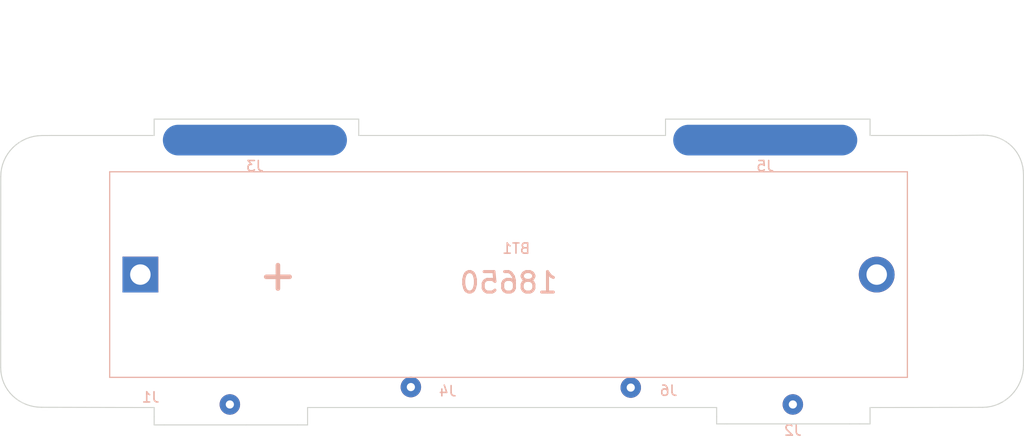
<source format=kicad_pcb>
(kicad_pcb (version 20171130) (host pcbnew 5.1.4-e60b266~84~ubuntu19.04.1)

  (general
    (thickness 1.6)
    (drawings 102)
    (tracks 0)
    (zones 0)
    (modules 7)
    (nets 5)
  )

  (page A4)
  (layers
    (0 F.Cu signal)
    (31 B.Cu signal)
    (32 B.Adhes user)
    (33 F.Adhes user)
    (34 B.Paste user)
    (35 F.Paste user)
    (36 B.SilkS user)
    (37 F.SilkS user)
    (38 B.Mask user)
    (39 F.Mask user)
    (40 Dwgs.User user)
    (41 Cmts.User user)
    (42 Eco1.User user)
    (43 Eco2.User user)
    (44 Edge.Cuts user)
    (45 Margin user)
    (46 B.CrtYd user)
    (47 F.CrtYd user)
    (48 B.Fab user)
    (49 F.Fab user)
  )

  (setup
    (last_trace_width 0.25)
    (trace_clearance 0.2)
    (zone_clearance 0.508)
    (zone_45_only no)
    (trace_min 0.2)
    (via_size 0.6)
    (via_drill 0.4)
    (via_min_size 0.4)
    (via_min_drill 0.3)
    (uvia_size 0.3)
    (uvia_drill 0.1)
    (uvias_allowed no)
    (uvia_min_size 0.2)
    (uvia_min_drill 0.1)
    (edge_width 0.15)
    (segment_width 0.2)
    (pcb_text_width 0.3)
    (pcb_text_size 1.5 1.5)
    (mod_edge_width 0.15)
    (mod_text_size 1 1)
    (mod_text_width 0.15)
    (pad_size 18 3)
    (pad_drill 0)
    (pad_to_mask_clearance 0.2)
    (aux_axis_origin 0 0)
    (visible_elements FFFFFF7F)
    (pcbplotparams
      (layerselection 0x010f0_80000001)
      (usegerberextensions false)
      (usegerberattributes false)
      (usegerberadvancedattributes false)
      (creategerberjobfile false)
      (excludeedgelayer true)
      (linewidth 0.100000)
      (plotframeref false)
      (viasonmask false)
      (mode 1)
      (useauxorigin false)
      (hpglpennumber 1)
      (hpglpenspeed 20)
      (hpglpendiameter 15.000000)
      (psnegative false)
      (psa4output false)
      (plotreference true)
      (plotvalue true)
      (plotinvisibletext false)
      (padsonsilk false)
      (subtractmaskfromsilk false)
      (outputformat 1)
      (mirror false)
      (drillshape 1)
      (scaleselection 1)
      (outputdirectory "gerbers/"))
  )

  (net 0 "")
  (net 1 "Net-(BT1-Pad1)")
  (net 2 "Net-(BT1-Pad2)")
  (net 3 "Net-(J3-Pad1)")
  (net 4 "Net-(J5-Pad1)")

  (net_class Default "This is the default net class."
    (clearance 0.2)
    (trace_width 0.25)
    (via_dia 0.6)
    (via_drill 0.4)
    (uvia_dia 0.3)
    (uvia_drill 0.1)
    (add_net "Net-(BT1-Pad1)")
    (add_net "Net-(BT1-Pad2)")
    (add_net "Net-(J3-Pad1)")
    (add_net "Net-(J5-Pad1)")
  )

  (module Connector_Wire:SolderWirePad_1x01_Drill0.8mm (layer B.Cu) (tedit 5A2676A0) (tstamp 5D74C370)
    (at 11.6 -18.35)
    (descr "Wire solder connection")
    (tags connector)
    (path /5D76754B)
    (attr virtual)
    (fp_text reference J6 (at 3.7 0.3) (layer B.SilkS)
      (effects (font (size 1 1) (thickness 0.15)) (justify mirror))
    )
    (fp_text value BOT- (at -4.35 0.55) (layer B.Fab)
      (effects (font (size 1 1) (thickness 0.15)) (justify mirror))
    )
    (fp_line (start 1.5 -1.5) (end -1.5 -1.5) (layer B.CrtYd) (width 0.05))
    (fp_line (start 1.5 -1.5) (end 1.5 1.5) (layer B.CrtYd) (width 0.05))
    (fp_line (start -1.5 1.5) (end -1.5 -1.5) (layer B.CrtYd) (width 0.05))
    (fp_line (start -1.5 1.5) (end 1.5 1.5) (layer B.CrtYd) (width 0.05))
    (fp_text user %R (at 0 0) (layer B.Fab)
      (effects (font (size 1 1) (thickness 0.15)) (justify mirror))
    )
    (pad 1 thru_hole circle (at 0 0) (size 1.99898 1.99898) (drill 0.8001) (layers *.Cu *.Mask)
      (net 4 "Net-(J5-Pad1)"))
  )

  (module Connector_Wire:SolderWirePad_1x01_Drill0.8mm (layer B.Cu) (tedit 5D74C33D) (tstamp 5D74C366)
    (at 24.75 -42.55)
    (descr "Wire solder connection")
    (tags connector)
    (path /5D766241)
    (attr virtual)
    (fp_text reference J5 (at 0 2.54) (layer B.SilkS)
      (effects (font (size 1 1) (thickness 0.15)) (justify mirror))
    )
    (fp_text value TOP- (at 0 -2.54) (layer B.Fab)
      (effects (font (size 1 1) (thickness 0.15)) (justify mirror))
    )
    (fp_line (start 1.5 -1.5) (end -1.5 -1.5) (layer B.CrtYd) (width 0.05))
    (fp_line (start 1.5 -1.5) (end 1.5 1.5) (layer B.CrtYd) (width 0.05))
    (fp_line (start -1.5 1.5) (end -1.5 -1.5) (layer B.CrtYd) (width 0.05))
    (fp_line (start -1.5 1.5) (end 1.5 1.5) (layer B.CrtYd) (width 0.05))
    (fp_text user %R (at 0 0) (layer B.Fab)
      (effects (font (size 1 1) (thickness 0.15)) (justify mirror))
    )
    (pad 1 smd oval (at 0 0) (size 18 3) (layers B.Cu B.Paste B.Mask)
      (net 4 "Net-(J5-Pad1)"))
  )

  (module Connector_Wire:SolderWirePad_1x01_Drill0.8mm (layer B.Cu) (tedit 5A2676A0) (tstamp 5D74C35C)
    (at -9.9 -18.4)
    (descr "Wire solder connection")
    (tags connector)
    (path /5D766AC5)
    (attr virtual)
    (fp_text reference J4 (at 3.6 0.4) (layer B.SilkS)
      (effects (font (size 1 1) (thickness 0.15)) (justify mirror))
    )
    (fp_text value BOT+ (at -4 0.75) (layer B.Fab)
      (effects (font (size 1 1) (thickness 0.15)) (justify mirror))
    )
    (fp_line (start 1.5 -1.5) (end -1.5 -1.5) (layer B.CrtYd) (width 0.05))
    (fp_line (start 1.5 -1.5) (end 1.5 1.5) (layer B.CrtYd) (width 0.05))
    (fp_line (start -1.5 1.5) (end -1.5 -1.5) (layer B.CrtYd) (width 0.05))
    (fp_line (start -1.5 1.5) (end 1.5 1.5) (layer B.CrtYd) (width 0.05))
    (fp_text user %R (at 0 0) (layer B.Fab)
      (effects (font (size 1 1) (thickness 0.15)) (justify mirror))
    )
    (pad 1 thru_hole circle (at 0 0) (size 1.99898 1.99898) (drill 0.8001) (layers *.Cu *.Mask)
      (net 3 "Net-(J3-Pad1)"))
  )

  (module Connector_Wire:SolderWirePad_1x01_Drill0.8mm (layer B.Cu) (tedit 5D74C324) (tstamp 5D74C352)
    (at -25.15 -42.55)
    (descr "Wire solder connection")
    (tags connector)
    (path /5D765C05)
    (attr virtual)
    (fp_text reference J3 (at 0 2.54) (layer B.SilkS)
      (effects (font (size 1 1) (thickness 0.15)) (justify mirror))
    )
    (fp_text value TOP+ (at 0 -2.54) (layer B.Fab)
      (effects (font (size 1 1) (thickness 0.15)) (justify mirror))
    )
    (fp_line (start 1.5 -1.5) (end -1.5 -1.5) (layer B.CrtYd) (width 0.05))
    (fp_line (start 1.5 -1.5) (end 1.5 1.5) (layer B.CrtYd) (width 0.05))
    (fp_line (start -1.5 1.5) (end -1.5 -1.5) (layer B.CrtYd) (width 0.05))
    (fp_line (start -1.5 1.5) (end 1.5 1.5) (layer B.CrtYd) (width 0.05))
    (fp_text user %R (at 0 0) (layer B.Fab)
      (effects (font (size 1 1) (thickness 0.15)) (justify mirror))
    )
    (pad 1 smd oval (at 0 0) (size 18 3) (layers B.Cu B.Paste B.Mask)
      (net 3 "Net-(J3-Pad1)"))
  )

  (module Connector_Wire:SolderWirePad_1x01_Drill0.8mm (layer B.Cu) (tedit 5A2676A0) (tstamp 5D74C348)
    (at 27.45 -16.7)
    (descr "Wire solder connection")
    (tags connector)
    (path /5D7653CC)
    (attr virtual)
    (fp_text reference J2 (at 0 2.54) (layer B.SilkS)
      (effects (font (size 1 1) (thickness 0.15)) (justify mirror))
    )
    (fp_text value BAT- (at 3.35 -0.2) (layer B.Fab)
      (effects (font (size 1 1) (thickness 0.15)) (justify mirror))
    )
    (fp_line (start 1.5 -1.5) (end -1.5 -1.5) (layer B.CrtYd) (width 0.05))
    (fp_line (start 1.5 -1.5) (end 1.5 1.5) (layer B.CrtYd) (width 0.05))
    (fp_line (start -1.5 1.5) (end -1.5 -1.5) (layer B.CrtYd) (width 0.05))
    (fp_line (start -1.5 1.5) (end 1.5 1.5) (layer B.CrtYd) (width 0.05))
    (fp_text user %R (at 0 0) (layer B.Fab)
      (effects (font (size 1 1) (thickness 0.15)) (justify mirror))
    )
    (pad 1 thru_hole circle (at 0 0) (size 1.99898 1.99898) (drill 0.8001) (layers *.Cu *.Mask)
      (net 2 "Net-(BT1-Pad2)"))
  )

  (module Connector_Wire:SolderWirePad_1x01_Drill0.8mm (layer B.Cu) (tedit 5A2676A0) (tstamp 5D74C33E)
    (at -27.6 -16.7)
    (descr "Wire solder connection")
    (tags connector)
    (path /5D76451C)
    (attr virtual)
    (fp_text reference J1 (at -7.75 -0.7) (layer B.SilkS)
      (effects (font (size 1 1) (thickness 0.15)) (justify mirror))
    )
    (fp_text value BAT+ (at 4.1 0.7) (layer B.Fab)
      (effects (font (size 1 1) (thickness 0.15)) (justify mirror))
    )
    (fp_line (start 1.5 -1.5) (end -1.5 -1.5) (layer B.CrtYd) (width 0.05))
    (fp_line (start 1.5 -1.5) (end 1.5 1.5) (layer B.CrtYd) (width 0.05))
    (fp_line (start -1.5 1.5) (end -1.5 -1.5) (layer B.CrtYd) (width 0.05))
    (fp_line (start -1.5 1.5) (end 1.5 1.5) (layer B.CrtYd) (width 0.05))
    (fp_text user %R (at 0 0) (layer B.Fab)
      (effects (font (size 1 1) (thickness 0.15)) (justify mirror))
    )
    (pad 1 thru_hole circle (at 0 0) (size 1.99898 1.99898) (drill 0.8001) (layers *.Cu *.Mask)
      (net 1 "Net-(BT1-Pad1)"))
  )

  (module Battery:BatteryHolder_MPD_BH-18650-PC2 (layer B.Cu) (tedit 5C1007C1) (tstamp 5D74C334)
    (at -36.35 -29.4)
    (descr "18650 Battery Holder (http://www.memoryprotectiondevices.com/datasheets/BK-18650-PC2-datasheet.pdf)")
    (tags "18650 Battery Holder")
    (path /5D6973D2)
    (fp_text reference BT1 (at 36.75 -2.55) (layer B.SilkS)
      (effects (font (size 1 1) (thickness 0.15)) (justify mirror))
    )
    (fp_text value 18650 (at 36 0.8) (layer B.SilkS)
      (effects (font (size 2 2) (thickness 0.3)) (justify mirror))
    )
    (fp_text user %R (at 36 2.4) (layer B.Fab)
      (effects (font (size 1 1) (thickness 0.15)) (justify mirror))
    )
    (fp_line (start -3.2 10.25) (end 75.2 10.25) (layer B.CrtYd) (width 0.05))
    (fp_line (start 75.2 10.25) (end 75.2 -10.25) (layer B.CrtYd) (width 0.05))
    (fp_line (start 75.2 -10.25) (end -3.2 -10.25) (layer B.CrtYd) (width 0.05))
    (fp_line (start -3.2 -10.25) (end -3.2 10.25) (layer B.CrtYd) (width 0.05))
    (fp_line (start -2.8 9.85) (end 74.8 9.85) (layer B.Fab) (width 0.1))
    (fp_line (start 74.8 9.85) (end 74.8 -9.85) (layer B.Fab) (width 0.1))
    (fp_line (start 74.8 -9.85) (end -2.8 -9.85) (layer B.Fab) (width 0.1))
    (fp_line (start -2.8 -9.85) (end -2.8 9.85) (layer B.Fab) (width 0.1))
    (fp_line (start -3 10.05) (end 75 10.05) (layer B.SilkS) (width 0.12))
    (fp_line (start 75 10.05) (end 75 -10.05) (layer B.SilkS) (width 0.12))
    (fp_line (start 75 -10.05) (end -3 -10.05) (layer B.SilkS) (width 0.12))
    (fp_line (start -3 -10.05) (end -3 10.05) (layer B.SilkS) (width 0.12))
    (pad "" np_thru_hole circle (at 64.255 0) (size 3.2 3.2) (drill 3.2) (layers *.Cu *.Mask))
    (pad "" np_thru_hole circle (at 8.645 0) (size 3.2 3.2) (drill 3.2) (layers *.Cu *.Mask))
    (pad 1 thru_hole rect (at 0 0) (size 3.5 3.5) (drill 2) (layers *.Cu *.Mask)
      (net 1 "Net-(BT1-Pad1)"))
    (pad 2 thru_hole circle (at 72 0) (size 3.5 3.5) (drill 2) (layers *.Cu *.Mask)
      (net 2 "Net-(BT1-Pad2)"))
    (model ${KISYS3DMOD}/Battery.3dshapes/BatteryHolder_MPD_BH-18650-PC2.wrl
      (at (xyz 0 0 0))
      (scale (xyz 1 1 1))
      (rotate (xyz 0 0 0))
    )
  )

  (gr_text + (at -22.9 -29.4) (layer B.SilkS)
    (effects (font (size 3 3) (thickness 0.45)) (justify mirror))
  )
  (dimension 100 (width 0.15) (layer Eco2.User)
    (gr_text "100,000 mm" (at 0 -55.55) (layer Eco2.User)
      (effects (font (size 1 1) (thickness 0.15)))
    )
    (feature1 (pts (xy 50 -37.65) (xy 50 -54.836421)))
    (feature2 (pts (xy -50 -37.65) (xy -50 -54.836421)))
    (crossbar (pts (xy -50 -54.25) (xy 50 -54.25)))
    (arrow1a (pts (xy 50 -54.25) (xy 48.873496 -53.663579)))
    (arrow1b (pts (xy 50 -54.25) (xy 48.873496 -54.836421)))
    (arrow2a (pts (xy -50 -54.25) (xy -48.873496 -53.663579)))
    (arrow2b (pts (xy -50 -54.25) (xy -48.873496 -54.836421)))
  )
  (gr_line (start -45.966593 -42.99593) (end -45.000002 -43) (layer Edge.Cuts) (width 0.1))
  (gr_line (start -45.000002 -43) (end -41.000002 -42.999999) (layer Edge.Cuts) (width 0.1))
  (gr_line (start -41.000002 -42.999999) (end -35.000001 -42.999999) (layer Edge.Cuts) (width 0.1))
  (gr_line (start -35.000001 -42.999999) (end -35.000001 -44.6) (layer Edge.Cuts) (width 0.1))
  (gr_line (start -35.000001 -44.6) (end -15.000001 -44.6) (layer Edge.Cuts) (width 0.1))
  (gr_line (start -15.000001 -44.6) (end -15.000001 -42.999999) (layer Edge.Cuts) (width 0.1))
  (gr_line (start -15.000001 -42.999999) (end 14.999999 -42.999999) (layer Edge.Cuts) (width 0.1))
  (gr_line (start 14.999999 -42.999999) (end 14.999999 -44.6) (layer Edge.Cuts) (width 0.1))
  (gr_line (start 14.999999 -44.6) (end 34.999999 -44.6) (layer Edge.Cuts) (width 0.1))
  (gr_line (start 34.999999 -44.6) (end 34.999999 -43) (layer Edge.Cuts) (width 0.1))
  (gr_line (start 34.999999 -43) (end 39.999999 -43) (layer Edge.Cuts) (width 0.1))
  (gr_line (start 39.999999 -43) (end 42.999999 -43) (layer Edge.Cuts) (width 0.1))
  (gr_line (start 42.999999 -43) (end 46.066819 -43.02934) (layer Edge.Cuts) (width 0.1))
  (gr_line (start 46.066819 -43.02934) (end 46.47616 -43.013758) (layer Edge.Cuts) (width 0.1))
  (gr_line (start 46.47616 -43.013758) (end 46.872028 -42.960184) (layer Edge.Cuts) (width 0.1))
  (gr_line (start 46.872028 -42.960184) (end 47.252641 -42.8703) (layer Edge.Cuts) (width 0.1))
  (gr_line (start 47.252641 -42.8703) (end 47.616211 -42.745788) (layer Edge.Cuts) (width 0.1))
  (gr_line (start 47.616211 -42.745788) (end 47.960955 -42.588331) (layer Edge.Cuts) (width 0.1))
  (gr_line (start 47.960955 -42.588331) (end 48.285086 -42.39961) (layer Edge.Cuts) (width 0.1))
  (gr_line (start 48.285086 -42.39961) (end 48.58682 -42.181308) (layer Edge.Cuts) (width 0.1))
  (gr_line (start 48.58682 -42.181308) (end 48.864372 -41.935107) (layer Edge.Cuts) (width 0.1))
  (gr_line (start 48.864372 -41.935107) (end 49.115955 -41.662688) (layer Edge.Cuts) (width 0.1))
  (gr_line (start 49.115955 -41.662688) (end 49.339787 -41.365734) (layer Edge.Cuts) (width 0.1))
  (gr_line (start 49.339787 -41.365734) (end 49.53408 -41.045928) (layer Edge.Cuts) (width 0.1))
  (gr_line (start 49.53408 -41.045928) (end 49.697051 -40.704951) (layer Edge.Cuts) (width 0.1))
  (gr_line (start 49.697051 -40.704951) (end 49.826913 -40.344485) (layer Edge.Cuts) (width 0.1))
  (gr_line (start 49.826913 -40.344485) (end 49.921882 -39.966212) (layer Edge.Cuts) (width 0.1))
  (gr_line (start 49.921882 -39.966212) (end 49.980172 -39.571815) (layer Edge.Cuts) (width 0.1))
  (gr_line (start 49.980172 -39.571815) (end 49.999999 -39.162976) (layer Edge.Cuts) (width 0.1))
  (gr_line (start 49.999999 -39.162976) (end 49.999999 -20.523496) (layer Edge.Cuts) (width 0.1))
  (gr_line (start 49.999999 -20.523496) (end 49.979555 -20.112237) (layer Edge.Cuts) (width 0.1))
  (gr_line (start 49.979555 -20.112237) (end 49.919522 -19.710975) (layer Edge.Cuts) (width 0.1))
  (gr_line (start 49.919522 -19.710975) (end 49.821845 -19.321987) (layer Edge.Cuts) (width 0.1))
  (gr_line (start 49.821845 -19.321987) (end 49.688469 -18.947547) (layer Edge.Cuts) (width 0.1))
  (gr_line (start 49.688469 -18.947547) (end 49.521342 -18.58993) (layer Edge.Cuts) (width 0.1))
  (gr_line (start 49.521342 -18.58993) (end 49.322408 -18.251412) (layer Edge.Cuts) (width 0.1))
  (gr_line (start 49.322408 -18.251412) (end 49.093613 -17.934268) (layer Edge.Cuts) (width 0.1))
  (gr_line (start 49.093613 -17.934268) (end 48.836904 -17.640772) (layer Edge.Cuts) (width 0.1))
  (gr_line (start 48.836904 -17.640772) (end 48.554226 -17.373201) (layer Edge.Cuts) (width 0.1))
  (gr_line (start 48.554226 -17.373201) (end 48.247525 -17.133829) (layer Edge.Cuts) (width 0.1))
  (gr_line (start 48.247525 -17.133829) (end 47.918748 -16.924932) (layer Edge.Cuts) (width 0.1))
  (gr_line (start 47.918748 -16.924932) (end 47.569839 -16.748784) (layer Edge.Cuts) (width 0.1))
  (gr_line (start 47.569839 -16.748784) (end 47.202745 -16.607661) (layer Edge.Cuts) (width 0.1))
  (gr_line (start 47.202745 -16.607661) (end 46.819411 -16.503838) (layer Edge.Cuts) (width 0.1))
  (gr_line (start 46.819411 -16.503838) (end 46.421784 -16.43959) (layer Edge.Cuts) (width 0.1))
  (gr_line (start 46.421784 -16.43959) (end 46.011809 -16.417193) (layer Edge.Cuts) (width 0.1))
  (gr_line (start 46.011809 -16.417193) (end 35.999999 -16.399993) (layer Edge.Cuts) (width 0.1))
  (gr_line (start 35.999999 -16.399993) (end 34.999999 -16.399993) (layer Edge.Cuts) (width 0.1))
  (gr_line (start 34.999999 -16.399993) (end 34.999999 -14.799991) (layer Edge.Cuts) (width 0.1))
  (gr_line (start 34.999999 -14.799991) (end 33.999999 -14.799991) (layer Edge.Cuts) (width 0.1))
  (gr_line (start 33.999999 -14.799991) (end 32.999999 -14.799991) (layer Edge.Cuts) (width 0.1))
  (gr_line (start 32.999999 -14.799991) (end 20.999999 -14.799991) (layer Edge.Cuts) (width 0.1))
  (gr_line (start 20.999999 -14.799991) (end 19.999999 -14.799991) (layer Edge.Cuts) (width 0.1))
  (gr_line (start 19.999999 -14.799991) (end 19.999999 -15.500888) (layer Edge.Cuts) (width 0.1))
  (gr_line (start 19.999999 -15.500888) (end 19.999999 -16.399995) (layer Edge.Cuts) (width 0.1))
  (gr_line (start 19.999999 -16.399995) (end -20.000001 -16.399995) (layer Edge.Cuts) (width 0.1))
  (gr_line (start -20.000001 -16.399995) (end -20.000001 -14.700885) (layer Edge.Cuts) (width 0.1))
  (gr_line (start -20.000001 -14.700885) (end -21.000001 -14.700885) (layer Edge.Cuts) (width 0.1))
  (gr_line (start -21.000001 -14.700885) (end -26.000001 -14.700885) (layer Edge.Cuts) (width 0.1))
  (gr_line (start -26.000001 -14.700885) (end -34.000001 -14.700885) (layer Edge.Cuts) (width 0.1))
  (gr_line (start -34.000001 -14.700885) (end -35.000001 -14.700885) (layer Edge.Cuts) (width 0.1))
  (gr_line (start -35.000001 -14.700885) (end -35.000001 -15.500888) (layer Edge.Cuts) (width 0.1))
  (gr_line (start -35.000001 -15.500888) (end -35.000001 -16.399995) (layer Edge.Cuts) (width 0.1))
  (gr_line (start -35.000001 -16.399995) (end -36.000001 -16.399995) (layer Edge.Cuts) (width 0.1))
  (gr_line (start -36.000001 -16.399995) (end -46.000001 -16.423255) (layer Edge.Cuts) (width 0.1))
  (gr_line (start -46.000001 -16.423255) (end -46.410212 -16.443563) (layer Edge.Cuts) (width 0.1))
  (gr_line (start -46.410212 -16.443563) (end -46.808508 -16.501426) (layer Edge.Cuts) (width 0.1))
  (gr_line (start -46.808508 -16.501426) (end -47.192879 -16.595182) (layer Edge.Cuts) (width 0.1))
  (gr_line (start -47.192879 -16.595182) (end -47.561317 -16.723166) (layer Edge.Cuts) (width 0.1))
  (gr_line (start -47.561317 -16.723166) (end -47.911812 -16.883713) (layer Edge.Cuts) (width 0.1))
  (gr_line (start -47.911812 -16.883713) (end -48.242355 -17.075161) (layer Edge.Cuts) (width 0.1))
  (gr_line (start -48.242355 -17.075161) (end -48.550936 -17.295844) (layer Edge.Cuts) (width 0.1))
  (gr_line (start -48.550936 -17.295844) (end -48.835546 -17.544099) (layer Edge.Cuts) (width 0.1))
  (gr_line (start -48.835546 -17.544099) (end -49.094176 -17.818262) (layer Edge.Cuts) (width 0.1))
  (gr_line (start -49.094176 -17.818262) (end -49.324816 -18.116669) (layer Edge.Cuts) (width 0.1))
  (gr_line (start -49.324816 -18.116669) (end -49.525457 -18.437656) (layer Edge.Cuts) (width 0.1))
  (gr_line (start -49.525457 -18.437656) (end -49.69409 -18.779558) (layer Edge.Cuts) (width 0.1))
  (gr_line (start -49.69409 -18.779558) (end -49.828705 -19.140712) (layer Edge.Cuts) (width 0.1))
  (gr_line (start -49.828705 -19.140712) (end -49.927293 -19.519453) (layer Edge.Cuts) (width 0.1))
  (gr_line (start -49.927293 -19.519453) (end -49.987845 -19.914118) (layer Edge.Cuts) (width 0.1))
  (gr_line (start -49.987845 -19.914118) (end -50.008352 -20.323043) (layer Edge.Cuts) (width 0.1))
  (gr_line (start -50.008352 -20.323043) (end -49.999952 -38.983077) (layer Edge.Cuts) (width 0.1))
  (gr_line (start -49.999952 -38.983077) (end -49.978837 -39.393227) (layer Edge.Cuts) (width 0.1))
  (gr_line (start -49.978837 -39.393227) (end -49.917246 -39.791357) (layer Edge.Cuts) (width 0.1))
  (gr_line (start -49.917246 -39.791357) (end -49.817255 -40.17549) (layer Edge.Cuts) (width 0.1))
  (gr_line (start -49.817255 -40.17549) (end -49.680936 -40.54365) (layer Edge.Cuts) (width 0.1))
  (gr_line (start -49.680936 -40.54365) (end -49.510364 -40.893859) (layer Edge.Cuts) (width 0.1))
  (gr_line (start -49.510364 -40.893859) (end -49.307612 -41.224139) (layer Edge.Cuts) (width 0.1))
  (gr_line (start -49.307612 -41.224139) (end -49.074756 -41.532515) (layer Edge.Cuts) (width 0.1))
  (gr_line (start -49.074756 -41.532515) (end -48.813869 -41.817008) (layer Edge.Cuts) (width 0.1))
  (gr_line (start -48.813869 -41.817008) (end -48.527024 -42.075641) (layer Edge.Cuts) (width 0.1))
  (gr_line (start -48.527024 -42.075641) (end -48.216298 -42.306439) (layer Edge.Cuts) (width 0.1))
  (gr_line (start -48.216298 -42.306439) (end -47.883762 -42.507422) (layer Edge.Cuts) (width 0.1))
  (gr_line (start -47.883762 -42.507422) (end -47.531491 -42.676614) (layer Edge.Cuts) (width 0.1))
  (gr_line (start -47.531491 -42.676614) (end -47.161561 -42.812039) (layer Edge.Cuts) (width 0.1))
  (gr_line (start -47.161561 -42.812039) (end -46.776043 -42.911718) (layer Edge.Cuts) (width 0.1))
  (gr_line (start -46.776043 -42.911718) (end -46.377013 -42.973675) (layer Edge.Cuts) (width 0.1))
  (gr_line (start -46.377013 -42.973675) (end -45.966545 -42.995933) (layer Edge.Cuts) (width 0.1))
  (gr_line (start -45.966545 -42.995933) (end -45.966593 -42.99593) (layer Edge.Cuts) (width 0.1))
  (gr_line (start -45.966593 -42.99593) (end -45.966593 -42.99593) (layer Edge.Cuts) (width 0.1))

)

</source>
